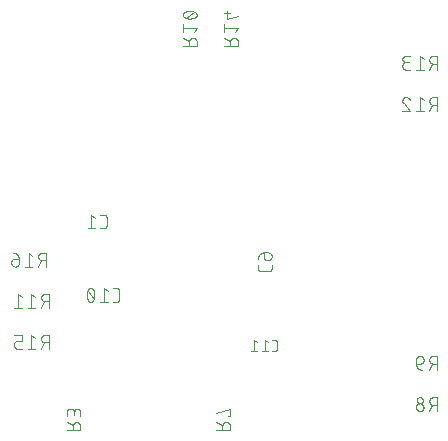
<source format=gbr>
G04 EAGLE Gerber RS-274X export*
G75*
%MOMM*%
%FSLAX34Y34*%
%LPD*%
%INSilkscreen Bottom*%
%IPPOS*%
%AMOC8*
5,1,8,0,0,1.08239X$1,22.5*%
G01*
%ADD10C,0.101600*%
%ADD11C,0.076200*%


D10*
X161854Y270078D02*
X164451Y270078D01*
X164550Y270080D01*
X164650Y270086D01*
X164749Y270095D01*
X164847Y270108D01*
X164945Y270125D01*
X165043Y270146D01*
X165139Y270171D01*
X165234Y270199D01*
X165328Y270231D01*
X165421Y270266D01*
X165513Y270305D01*
X165603Y270348D01*
X165691Y270393D01*
X165778Y270443D01*
X165862Y270495D01*
X165945Y270551D01*
X166025Y270609D01*
X166103Y270671D01*
X166178Y270736D01*
X166251Y270804D01*
X166321Y270874D01*
X166389Y270947D01*
X166454Y271022D01*
X166516Y271100D01*
X166574Y271180D01*
X166630Y271263D01*
X166682Y271347D01*
X166732Y271434D01*
X166777Y271522D01*
X166820Y271612D01*
X166859Y271704D01*
X166894Y271797D01*
X166926Y271891D01*
X166954Y271986D01*
X166979Y272082D01*
X167000Y272180D01*
X167017Y272278D01*
X167030Y272376D01*
X167039Y272475D01*
X167045Y272575D01*
X167047Y272674D01*
X167047Y279166D01*
X167045Y279265D01*
X167039Y279365D01*
X167030Y279464D01*
X167017Y279562D01*
X167000Y279660D01*
X166979Y279758D01*
X166954Y279854D01*
X166926Y279949D01*
X166894Y280043D01*
X166859Y280136D01*
X166820Y280228D01*
X166777Y280318D01*
X166732Y280406D01*
X166682Y280493D01*
X166630Y280577D01*
X166574Y280660D01*
X166516Y280740D01*
X166454Y280818D01*
X166389Y280893D01*
X166321Y280966D01*
X166251Y281036D01*
X166178Y281104D01*
X166103Y281169D01*
X166025Y281231D01*
X165945Y281289D01*
X165862Y281345D01*
X165778Y281397D01*
X165691Y281447D01*
X165603Y281492D01*
X165513Y281535D01*
X165421Y281574D01*
X165328Y281609D01*
X165234Y281641D01*
X165139Y281669D01*
X165043Y281694D01*
X164945Y281715D01*
X164847Y281732D01*
X164749Y281745D01*
X164650Y281754D01*
X164550Y281760D01*
X164451Y281762D01*
X161854Y281762D01*
X157489Y279166D02*
X154243Y281762D01*
X154243Y270078D01*
X150998Y270078D02*
X157489Y270078D01*
X172569Y207848D02*
X175166Y207848D01*
X175265Y207850D01*
X175365Y207856D01*
X175464Y207865D01*
X175562Y207878D01*
X175660Y207895D01*
X175758Y207916D01*
X175854Y207941D01*
X175949Y207969D01*
X176043Y208001D01*
X176136Y208036D01*
X176228Y208075D01*
X176318Y208118D01*
X176406Y208163D01*
X176493Y208213D01*
X176577Y208265D01*
X176660Y208321D01*
X176740Y208379D01*
X176818Y208441D01*
X176893Y208506D01*
X176966Y208574D01*
X177036Y208644D01*
X177104Y208717D01*
X177169Y208792D01*
X177231Y208870D01*
X177289Y208950D01*
X177345Y209033D01*
X177397Y209117D01*
X177447Y209204D01*
X177492Y209292D01*
X177535Y209382D01*
X177574Y209474D01*
X177609Y209567D01*
X177641Y209661D01*
X177669Y209756D01*
X177694Y209852D01*
X177715Y209950D01*
X177732Y210048D01*
X177745Y210146D01*
X177754Y210245D01*
X177760Y210345D01*
X177762Y210444D01*
X177762Y216936D01*
X177760Y217035D01*
X177754Y217135D01*
X177745Y217234D01*
X177732Y217332D01*
X177715Y217430D01*
X177694Y217528D01*
X177669Y217624D01*
X177641Y217719D01*
X177609Y217813D01*
X177574Y217906D01*
X177535Y217998D01*
X177492Y218088D01*
X177447Y218176D01*
X177397Y218263D01*
X177345Y218347D01*
X177289Y218430D01*
X177231Y218510D01*
X177169Y218588D01*
X177104Y218663D01*
X177036Y218736D01*
X176966Y218806D01*
X176893Y218874D01*
X176818Y218939D01*
X176740Y219001D01*
X176660Y219059D01*
X176577Y219115D01*
X176493Y219167D01*
X176406Y219217D01*
X176318Y219262D01*
X176228Y219305D01*
X176136Y219344D01*
X176043Y219379D01*
X175949Y219411D01*
X175854Y219439D01*
X175758Y219464D01*
X175660Y219485D01*
X175562Y219502D01*
X175464Y219515D01*
X175365Y219524D01*
X175265Y219530D01*
X175166Y219532D01*
X172569Y219532D01*
X168204Y216936D02*
X164959Y219532D01*
X164959Y207848D01*
X168204Y207848D02*
X161713Y207848D01*
X156775Y213690D02*
X156772Y213920D01*
X156764Y214150D01*
X156750Y214379D01*
X156731Y214608D01*
X156706Y214837D01*
X156676Y215065D01*
X156641Y215292D01*
X156600Y215518D01*
X156554Y215743D01*
X156502Y215967D01*
X156445Y216190D01*
X156383Y216411D01*
X156315Y216631D01*
X156242Y216849D01*
X156164Y217065D01*
X156081Y217279D01*
X155993Y217492D01*
X155900Y217702D01*
X155801Y217909D01*
X155768Y217999D01*
X155732Y218088D01*
X155692Y218176D01*
X155648Y218261D01*
X155601Y218345D01*
X155551Y218427D01*
X155497Y218507D01*
X155441Y218584D01*
X155381Y218660D01*
X155318Y218733D01*
X155253Y218803D01*
X155184Y218871D01*
X155113Y218935D01*
X155040Y218997D01*
X154964Y219056D01*
X154886Y219112D01*
X154805Y219165D01*
X154723Y219214D01*
X154639Y219260D01*
X154552Y219303D01*
X154465Y219342D01*
X154375Y219378D01*
X154285Y219410D01*
X154193Y219438D01*
X154100Y219463D01*
X154006Y219484D01*
X153912Y219501D01*
X153817Y219515D01*
X153721Y219524D01*
X153625Y219530D01*
X153529Y219532D01*
X153433Y219530D01*
X153337Y219524D01*
X153241Y219515D01*
X153146Y219501D01*
X153052Y219484D01*
X152958Y219463D01*
X152865Y219438D01*
X152773Y219410D01*
X152683Y219378D01*
X152593Y219342D01*
X152506Y219303D01*
X152419Y219260D01*
X152335Y219214D01*
X152253Y219165D01*
X152172Y219112D01*
X152094Y219056D01*
X152018Y218997D01*
X151945Y218935D01*
X151874Y218871D01*
X151805Y218803D01*
X151740Y218733D01*
X151677Y218660D01*
X151617Y218585D01*
X151561Y218507D01*
X151507Y218427D01*
X151457Y218345D01*
X151410Y218261D01*
X151367Y218176D01*
X151326Y218088D01*
X151290Y217999D01*
X151257Y217909D01*
X151158Y217701D01*
X151065Y217491D01*
X150977Y217279D01*
X150894Y217065D01*
X150816Y216848D01*
X150743Y216630D01*
X150675Y216411D01*
X150613Y216189D01*
X150556Y215967D01*
X150504Y215743D01*
X150458Y215518D01*
X150417Y215292D01*
X150382Y215064D01*
X150352Y214837D01*
X150327Y214608D01*
X150308Y214379D01*
X150294Y214150D01*
X150286Y213920D01*
X150283Y213690D01*
X156774Y213690D02*
X156771Y213460D01*
X156763Y213230D01*
X156749Y213001D01*
X156730Y212772D01*
X156705Y212543D01*
X156675Y212315D01*
X156640Y212088D01*
X156599Y211862D01*
X156553Y211637D01*
X156501Y211413D01*
X156444Y211190D01*
X156382Y210969D01*
X156314Y210749D01*
X156241Y210531D01*
X156163Y210315D01*
X156080Y210101D01*
X155992Y209889D01*
X155899Y209678D01*
X155800Y209471D01*
X155801Y209471D02*
X155768Y209381D01*
X155732Y209292D01*
X155691Y209204D01*
X155648Y209119D01*
X155601Y209035D01*
X155551Y208953D01*
X155497Y208873D01*
X155441Y208796D01*
X155381Y208720D01*
X155318Y208647D01*
X155253Y208577D01*
X155184Y208509D01*
X155113Y208445D01*
X155040Y208383D01*
X154964Y208324D01*
X154886Y208268D01*
X154805Y208215D01*
X154723Y208166D01*
X154639Y208120D01*
X154552Y208077D01*
X154465Y208038D01*
X154375Y208002D01*
X154285Y207970D01*
X154193Y207942D01*
X154100Y207917D01*
X154006Y207896D01*
X153912Y207879D01*
X153817Y207865D01*
X153721Y207856D01*
X153625Y207850D01*
X153529Y207848D01*
X151257Y209471D02*
X151158Y209678D01*
X151065Y209889D01*
X150977Y210101D01*
X150894Y210315D01*
X150816Y210531D01*
X150743Y210749D01*
X150675Y210969D01*
X150613Y211190D01*
X150556Y211413D01*
X150504Y211637D01*
X150458Y211862D01*
X150417Y212088D01*
X150382Y212315D01*
X150352Y212543D01*
X150327Y212772D01*
X150308Y213001D01*
X150294Y213230D01*
X150286Y213460D01*
X150283Y213690D01*
X151257Y209471D02*
X151290Y209381D01*
X151326Y209292D01*
X151367Y209204D01*
X151410Y209119D01*
X151457Y209035D01*
X151507Y208953D01*
X151561Y208873D01*
X151617Y208795D01*
X151677Y208720D01*
X151740Y208647D01*
X151805Y208577D01*
X151874Y208509D01*
X151945Y208445D01*
X152018Y208383D01*
X152094Y208324D01*
X152172Y208268D01*
X152253Y208215D01*
X152335Y208166D01*
X152419Y208120D01*
X152506Y208077D01*
X152593Y208038D01*
X152683Y208002D01*
X152773Y207970D01*
X152865Y207942D01*
X152958Y207917D01*
X153052Y207896D01*
X153146Y207879D01*
X153241Y207865D01*
X153337Y207856D01*
X153433Y207850D01*
X153529Y207848D01*
X156125Y210444D02*
X150932Y216936D01*
D11*
X307215Y166221D02*
X309303Y166221D01*
X309392Y166223D01*
X309480Y166229D01*
X309568Y166238D01*
X309656Y166251D01*
X309743Y166268D01*
X309829Y166288D01*
X309914Y166313D01*
X309999Y166340D01*
X310082Y166372D01*
X310163Y166406D01*
X310243Y166445D01*
X310321Y166486D01*
X310398Y166531D01*
X310472Y166579D01*
X310545Y166630D01*
X310615Y166684D01*
X310682Y166742D01*
X310748Y166802D01*
X310810Y166864D01*
X310870Y166930D01*
X310928Y166997D01*
X310982Y167067D01*
X311033Y167140D01*
X311081Y167214D01*
X311126Y167291D01*
X311167Y167369D01*
X311206Y167449D01*
X311240Y167530D01*
X311272Y167613D01*
X311299Y167698D01*
X311324Y167783D01*
X311344Y167869D01*
X311361Y167956D01*
X311374Y168044D01*
X311383Y168132D01*
X311389Y168220D01*
X311391Y168309D01*
X311392Y168309D02*
X311392Y173531D01*
X311391Y173531D02*
X311389Y173620D01*
X311383Y173708D01*
X311374Y173796D01*
X311361Y173884D01*
X311344Y173971D01*
X311324Y174057D01*
X311299Y174142D01*
X311272Y174227D01*
X311240Y174310D01*
X311206Y174391D01*
X311167Y174471D01*
X311126Y174549D01*
X311081Y174626D01*
X311033Y174700D01*
X310982Y174773D01*
X310928Y174843D01*
X310870Y174910D01*
X310810Y174976D01*
X310748Y175038D01*
X310682Y175098D01*
X310615Y175156D01*
X310545Y175210D01*
X310472Y175261D01*
X310398Y175309D01*
X310321Y175354D01*
X310243Y175395D01*
X310163Y175434D01*
X310082Y175468D01*
X309999Y175500D01*
X309914Y175527D01*
X309829Y175552D01*
X309743Y175572D01*
X309656Y175589D01*
X309568Y175602D01*
X309480Y175611D01*
X309392Y175617D01*
X309303Y175619D01*
X307215Y175619D01*
X303746Y173531D02*
X301136Y175619D01*
X301136Y166221D01*
X303746Y166221D02*
X298525Y166221D01*
X294602Y173531D02*
X291992Y175619D01*
X291992Y166221D01*
X294602Y166221D02*
X289381Y166221D01*
D10*
X295148Y236229D02*
X295148Y238826D01*
X295148Y236229D02*
X295150Y236130D01*
X295156Y236030D01*
X295165Y235931D01*
X295178Y235833D01*
X295195Y235735D01*
X295216Y235637D01*
X295241Y235541D01*
X295269Y235446D01*
X295301Y235352D01*
X295336Y235259D01*
X295375Y235167D01*
X295418Y235077D01*
X295463Y234989D01*
X295513Y234902D01*
X295565Y234818D01*
X295621Y234735D01*
X295679Y234655D01*
X295741Y234577D01*
X295806Y234502D01*
X295874Y234429D01*
X295944Y234359D01*
X296017Y234291D01*
X296092Y234226D01*
X296170Y234164D01*
X296250Y234106D01*
X296333Y234050D01*
X296417Y233998D01*
X296504Y233948D01*
X296592Y233903D01*
X296682Y233860D01*
X296774Y233821D01*
X296867Y233786D01*
X296961Y233754D01*
X297056Y233726D01*
X297152Y233701D01*
X297250Y233680D01*
X297348Y233663D01*
X297446Y233650D01*
X297545Y233641D01*
X297645Y233635D01*
X297744Y233633D01*
X304236Y233633D01*
X304335Y233635D01*
X304435Y233641D01*
X304534Y233650D01*
X304632Y233663D01*
X304730Y233680D01*
X304828Y233701D01*
X304924Y233726D01*
X305019Y233754D01*
X305113Y233786D01*
X305206Y233821D01*
X305298Y233860D01*
X305388Y233903D01*
X305476Y233948D01*
X305563Y233998D01*
X305647Y234050D01*
X305730Y234106D01*
X305810Y234164D01*
X305888Y234226D01*
X305963Y234291D01*
X306036Y234359D01*
X306106Y234429D01*
X306174Y234502D01*
X306239Y234577D01*
X306301Y234655D01*
X306359Y234735D01*
X306415Y234818D01*
X306467Y234902D01*
X306517Y234989D01*
X306562Y235077D01*
X306605Y235167D01*
X306644Y235259D01*
X306679Y235351D01*
X306711Y235446D01*
X306739Y235541D01*
X306764Y235637D01*
X306785Y235735D01*
X306802Y235833D01*
X306815Y235931D01*
X306824Y236030D01*
X306830Y236130D01*
X306832Y236229D01*
X306832Y238826D01*
X300341Y245787D02*
X300341Y249682D01*
X300341Y245787D02*
X300343Y245688D01*
X300349Y245588D01*
X300358Y245489D01*
X300371Y245391D01*
X300388Y245293D01*
X300409Y245195D01*
X300434Y245099D01*
X300462Y245004D01*
X300494Y244910D01*
X300529Y244817D01*
X300568Y244725D01*
X300611Y244635D01*
X300656Y244547D01*
X300706Y244460D01*
X300758Y244376D01*
X300814Y244293D01*
X300872Y244213D01*
X300934Y244135D01*
X300999Y244060D01*
X301067Y243987D01*
X301137Y243917D01*
X301210Y243849D01*
X301285Y243784D01*
X301363Y243722D01*
X301443Y243664D01*
X301526Y243608D01*
X301610Y243556D01*
X301697Y243506D01*
X301785Y243461D01*
X301875Y243418D01*
X301967Y243379D01*
X302060Y243344D01*
X302154Y243312D01*
X302249Y243284D01*
X302345Y243259D01*
X302443Y243238D01*
X302541Y243221D01*
X302639Y243208D01*
X302738Y243199D01*
X302838Y243193D01*
X302937Y243191D01*
X303586Y243191D01*
X303586Y243190D02*
X303699Y243192D01*
X303812Y243198D01*
X303925Y243208D01*
X304038Y243222D01*
X304150Y243239D01*
X304261Y243261D01*
X304371Y243286D01*
X304481Y243316D01*
X304589Y243349D01*
X304696Y243386D01*
X304802Y243426D01*
X304906Y243471D01*
X305009Y243519D01*
X305110Y243570D01*
X305209Y243625D01*
X305306Y243683D01*
X305401Y243745D01*
X305494Y243810D01*
X305584Y243878D01*
X305672Y243949D01*
X305758Y244024D01*
X305841Y244101D01*
X305921Y244181D01*
X305998Y244264D01*
X306073Y244350D01*
X306144Y244438D01*
X306212Y244528D01*
X306277Y244621D01*
X306339Y244716D01*
X306397Y244813D01*
X306452Y244912D01*
X306503Y245013D01*
X306551Y245116D01*
X306596Y245220D01*
X306636Y245326D01*
X306673Y245433D01*
X306706Y245541D01*
X306736Y245651D01*
X306761Y245761D01*
X306783Y245872D01*
X306800Y245984D01*
X306814Y246097D01*
X306824Y246210D01*
X306830Y246323D01*
X306832Y246436D01*
X306830Y246549D01*
X306824Y246662D01*
X306814Y246775D01*
X306800Y246888D01*
X306783Y247000D01*
X306761Y247111D01*
X306736Y247221D01*
X306706Y247331D01*
X306673Y247439D01*
X306636Y247546D01*
X306596Y247652D01*
X306551Y247756D01*
X306503Y247859D01*
X306452Y247960D01*
X306397Y248059D01*
X306339Y248156D01*
X306277Y248251D01*
X306212Y248344D01*
X306144Y248434D01*
X306073Y248522D01*
X305998Y248608D01*
X305921Y248691D01*
X305841Y248771D01*
X305758Y248848D01*
X305672Y248923D01*
X305584Y248994D01*
X305494Y249062D01*
X305401Y249127D01*
X305306Y249189D01*
X305209Y249247D01*
X305110Y249302D01*
X305009Y249353D01*
X304906Y249401D01*
X304802Y249446D01*
X304696Y249486D01*
X304589Y249523D01*
X304481Y249556D01*
X304371Y249586D01*
X304261Y249611D01*
X304150Y249633D01*
X304038Y249650D01*
X303925Y249664D01*
X303812Y249674D01*
X303699Y249680D01*
X303586Y249682D01*
X300341Y249682D01*
X300198Y249680D01*
X300055Y249674D01*
X299912Y249664D01*
X299770Y249650D01*
X299628Y249633D01*
X299486Y249611D01*
X299345Y249586D01*
X299205Y249556D01*
X299066Y249523D01*
X298928Y249486D01*
X298791Y249445D01*
X298655Y249401D01*
X298520Y249352D01*
X298387Y249300D01*
X298255Y249245D01*
X298125Y249185D01*
X297996Y249122D01*
X297869Y249056D01*
X297745Y248986D01*
X297622Y248913D01*
X297501Y248836D01*
X297382Y248756D01*
X297266Y248673D01*
X297151Y248587D01*
X297040Y248498D01*
X296930Y248405D01*
X296824Y248310D01*
X296720Y248211D01*
X296619Y248110D01*
X296520Y248006D01*
X296425Y247900D01*
X296332Y247790D01*
X296243Y247679D01*
X296157Y247564D01*
X296074Y247448D01*
X295994Y247329D01*
X295917Y247208D01*
X295844Y247086D01*
X295774Y246961D01*
X295708Y246834D01*
X295645Y246705D01*
X295585Y246575D01*
X295530Y246443D01*
X295478Y246310D01*
X295429Y246175D01*
X295385Y246039D01*
X295344Y245902D01*
X295307Y245764D01*
X295274Y245625D01*
X295244Y245485D01*
X295219Y245344D01*
X295197Y245202D01*
X295180Y245060D01*
X295166Y244918D01*
X295156Y244775D01*
X295150Y244632D01*
X295148Y244489D01*
X243332Y424875D02*
X231648Y424875D01*
X243332Y424875D02*
X243332Y428120D01*
X243330Y428233D01*
X243324Y428346D01*
X243314Y428459D01*
X243300Y428572D01*
X243283Y428684D01*
X243261Y428795D01*
X243236Y428905D01*
X243206Y429015D01*
X243173Y429123D01*
X243136Y429230D01*
X243096Y429336D01*
X243051Y429440D01*
X243003Y429543D01*
X242952Y429644D01*
X242897Y429743D01*
X242839Y429840D01*
X242777Y429935D01*
X242712Y430028D01*
X242644Y430118D01*
X242573Y430206D01*
X242498Y430292D01*
X242421Y430375D01*
X242341Y430455D01*
X242258Y430532D01*
X242172Y430607D01*
X242084Y430678D01*
X241994Y430746D01*
X241901Y430811D01*
X241806Y430873D01*
X241709Y430931D01*
X241610Y430986D01*
X241509Y431037D01*
X241406Y431085D01*
X241302Y431130D01*
X241196Y431170D01*
X241089Y431207D01*
X240981Y431240D01*
X240871Y431270D01*
X240761Y431295D01*
X240650Y431317D01*
X240538Y431334D01*
X240425Y431348D01*
X240312Y431358D01*
X240199Y431364D01*
X240086Y431366D01*
X239973Y431364D01*
X239860Y431358D01*
X239747Y431348D01*
X239634Y431334D01*
X239522Y431317D01*
X239411Y431295D01*
X239301Y431270D01*
X239191Y431240D01*
X239083Y431207D01*
X238976Y431170D01*
X238870Y431130D01*
X238766Y431085D01*
X238663Y431037D01*
X238562Y430986D01*
X238463Y430931D01*
X238366Y430873D01*
X238271Y430811D01*
X238178Y430746D01*
X238088Y430678D01*
X238000Y430607D01*
X237914Y430532D01*
X237831Y430455D01*
X237751Y430375D01*
X237674Y430292D01*
X237599Y430206D01*
X237528Y430118D01*
X237460Y430028D01*
X237395Y429935D01*
X237333Y429840D01*
X237275Y429743D01*
X237220Y429644D01*
X237169Y429543D01*
X237121Y429440D01*
X237076Y429336D01*
X237036Y429230D01*
X236999Y429123D01*
X236966Y429015D01*
X236936Y428905D01*
X236911Y428795D01*
X236889Y428684D01*
X236872Y428572D01*
X236858Y428459D01*
X236848Y428346D01*
X236842Y428233D01*
X236840Y428120D01*
X236841Y428120D02*
X236841Y424875D01*
X236841Y428769D02*
X231648Y431366D01*
X240736Y436231D02*
X243332Y439476D01*
X231648Y439476D01*
X231648Y436231D02*
X231648Y442722D01*
X237490Y447661D02*
X237720Y447664D01*
X237950Y447672D01*
X238179Y447686D01*
X238408Y447705D01*
X238637Y447730D01*
X238864Y447760D01*
X239092Y447795D01*
X239318Y447836D01*
X239543Y447882D01*
X239767Y447934D01*
X239989Y447991D01*
X240211Y448053D01*
X240430Y448121D01*
X240648Y448194D01*
X240865Y448272D01*
X241079Y448355D01*
X241291Y448443D01*
X241501Y448536D01*
X241709Y448635D01*
X241709Y448634D02*
X241799Y448667D01*
X241888Y448703D01*
X241976Y448743D01*
X242061Y448787D01*
X242145Y448834D01*
X242227Y448884D01*
X242307Y448938D01*
X242384Y448994D01*
X242460Y449054D01*
X242533Y449117D01*
X242603Y449182D01*
X242671Y449251D01*
X242735Y449322D01*
X242797Y449395D01*
X242856Y449471D01*
X242912Y449549D01*
X242965Y449630D01*
X243014Y449712D01*
X243060Y449796D01*
X243103Y449883D01*
X243142Y449970D01*
X243178Y450060D01*
X243210Y450150D01*
X243238Y450242D01*
X243263Y450335D01*
X243284Y450429D01*
X243301Y450523D01*
X243315Y450618D01*
X243324Y450714D01*
X243330Y450810D01*
X243332Y450906D01*
X243330Y451002D01*
X243324Y451098D01*
X243315Y451194D01*
X243301Y451289D01*
X243284Y451383D01*
X243263Y451477D01*
X243238Y451570D01*
X243210Y451662D01*
X243178Y451752D01*
X243142Y451842D01*
X243103Y451929D01*
X243060Y452016D01*
X243014Y452100D01*
X242965Y452182D01*
X242912Y452263D01*
X242856Y452341D01*
X242797Y452417D01*
X242735Y452490D01*
X242671Y452561D01*
X242603Y452630D01*
X242533Y452695D01*
X242460Y452758D01*
X242384Y452818D01*
X242307Y452874D01*
X242227Y452928D01*
X242145Y452978D01*
X242061Y453025D01*
X241976Y453069D01*
X241888Y453109D01*
X241799Y453145D01*
X241709Y453178D01*
X241709Y453179D02*
X241502Y453278D01*
X241292Y453371D01*
X241079Y453459D01*
X240865Y453542D01*
X240649Y453620D01*
X240431Y453693D01*
X240211Y453761D01*
X239990Y453823D01*
X239767Y453880D01*
X239543Y453932D01*
X239318Y453978D01*
X239092Y454019D01*
X238865Y454054D01*
X238637Y454084D01*
X238408Y454109D01*
X238179Y454128D01*
X237950Y454142D01*
X237720Y454150D01*
X237490Y454153D01*
X237490Y447661D02*
X237260Y447664D01*
X237030Y447672D01*
X236801Y447686D01*
X236572Y447705D01*
X236343Y447730D01*
X236115Y447760D01*
X235888Y447795D01*
X235662Y447836D01*
X235437Y447882D01*
X235213Y447934D01*
X234990Y447991D01*
X234769Y448053D01*
X234549Y448121D01*
X234331Y448194D01*
X234115Y448272D01*
X233901Y448355D01*
X233689Y448443D01*
X233478Y448536D01*
X233271Y448635D01*
X233271Y448634D02*
X233181Y448667D01*
X233092Y448703D01*
X233004Y448744D01*
X232919Y448787D01*
X232835Y448834D01*
X232753Y448884D01*
X232673Y448938D01*
X232596Y448994D01*
X232520Y449054D01*
X232447Y449117D01*
X232377Y449182D01*
X232309Y449251D01*
X232245Y449322D01*
X232183Y449395D01*
X232124Y449471D01*
X232068Y449549D01*
X232015Y449630D01*
X231966Y449712D01*
X231920Y449796D01*
X231877Y449883D01*
X231838Y449970D01*
X231802Y450060D01*
X231770Y450150D01*
X231742Y450242D01*
X231717Y450335D01*
X231696Y450429D01*
X231679Y450523D01*
X231665Y450618D01*
X231656Y450714D01*
X231650Y450810D01*
X231648Y450906D01*
X233271Y453178D02*
X233478Y453277D01*
X233689Y453370D01*
X233901Y453458D01*
X234115Y453541D01*
X234331Y453619D01*
X234549Y453692D01*
X234769Y453760D01*
X234990Y453822D01*
X235213Y453879D01*
X235437Y453931D01*
X235662Y453977D01*
X235888Y454018D01*
X236115Y454053D01*
X236343Y454083D01*
X236572Y454108D01*
X236801Y454127D01*
X237030Y454141D01*
X237260Y454149D01*
X237490Y454152D01*
X233271Y453178D02*
X233181Y453145D01*
X233092Y453109D01*
X233004Y453069D01*
X232919Y453025D01*
X232835Y452978D01*
X232753Y452928D01*
X232673Y452874D01*
X232596Y452818D01*
X232520Y452758D01*
X232447Y452695D01*
X232377Y452630D01*
X232309Y452561D01*
X232245Y452490D01*
X232183Y452417D01*
X232124Y452341D01*
X232068Y452263D01*
X232015Y452182D01*
X231966Y452100D01*
X231920Y452016D01*
X231877Y451929D01*
X231838Y451842D01*
X231802Y451752D01*
X231770Y451662D01*
X231742Y451570D01*
X231717Y451477D01*
X231696Y451383D01*
X231679Y451289D01*
X231665Y451194D01*
X231656Y451098D01*
X231650Y451002D01*
X231648Y450906D01*
X234244Y448310D02*
X240736Y453503D01*
X118025Y214732D02*
X118025Y203048D01*
X118025Y214732D02*
X114780Y214732D01*
X114667Y214730D01*
X114554Y214724D01*
X114441Y214714D01*
X114328Y214700D01*
X114216Y214683D01*
X114105Y214661D01*
X113995Y214636D01*
X113885Y214606D01*
X113777Y214573D01*
X113670Y214536D01*
X113564Y214496D01*
X113460Y214451D01*
X113357Y214403D01*
X113256Y214352D01*
X113157Y214297D01*
X113060Y214239D01*
X112965Y214177D01*
X112872Y214112D01*
X112782Y214044D01*
X112694Y213973D01*
X112608Y213898D01*
X112525Y213821D01*
X112445Y213741D01*
X112368Y213658D01*
X112293Y213572D01*
X112222Y213484D01*
X112154Y213394D01*
X112089Y213301D01*
X112027Y213206D01*
X111969Y213109D01*
X111914Y213010D01*
X111863Y212909D01*
X111815Y212806D01*
X111770Y212702D01*
X111730Y212596D01*
X111693Y212489D01*
X111660Y212381D01*
X111630Y212271D01*
X111605Y212161D01*
X111583Y212050D01*
X111566Y211938D01*
X111552Y211825D01*
X111542Y211712D01*
X111536Y211599D01*
X111534Y211486D01*
X111536Y211373D01*
X111542Y211260D01*
X111552Y211147D01*
X111566Y211034D01*
X111583Y210922D01*
X111605Y210811D01*
X111630Y210701D01*
X111660Y210591D01*
X111693Y210483D01*
X111730Y210376D01*
X111770Y210270D01*
X111815Y210166D01*
X111863Y210063D01*
X111914Y209962D01*
X111969Y209863D01*
X112027Y209766D01*
X112089Y209671D01*
X112154Y209578D01*
X112222Y209488D01*
X112293Y209400D01*
X112368Y209314D01*
X112445Y209231D01*
X112525Y209151D01*
X112608Y209074D01*
X112694Y208999D01*
X112782Y208928D01*
X112872Y208860D01*
X112965Y208795D01*
X113060Y208733D01*
X113157Y208675D01*
X113256Y208620D01*
X113357Y208569D01*
X113460Y208521D01*
X113564Y208476D01*
X113670Y208436D01*
X113777Y208399D01*
X113885Y208366D01*
X113995Y208336D01*
X114105Y208311D01*
X114216Y208289D01*
X114328Y208272D01*
X114441Y208258D01*
X114554Y208248D01*
X114667Y208242D01*
X114780Y208240D01*
X114780Y208241D02*
X118025Y208241D01*
X114131Y208241D02*
X111534Y203048D01*
X106669Y212136D02*
X103424Y214732D01*
X103424Y203048D01*
X106669Y203048D02*
X100178Y203048D01*
X95239Y212136D02*
X91994Y214732D01*
X91994Y203048D01*
X95239Y203048D02*
X88748Y203048D01*
X446752Y369468D02*
X446752Y381152D01*
X443506Y381152D01*
X443393Y381150D01*
X443280Y381144D01*
X443167Y381134D01*
X443054Y381120D01*
X442942Y381103D01*
X442831Y381081D01*
X442721Y381056D01*
X442611Y381026D01*
X442503Y380993D01*
X442396Y380956D01*
X442290Y380916D01*
X442186Y380871D01*
X442083Y380823D01*
X441982Y380772D01*
X441883Y380717D01*
X441786Y380659D01*
X441691Y380597D01*
X441598Y380532D01*
X441508Y380464D01*
X441420Y380393D01*
X441334Y380318D01*
X441251Y380241D01*
X441171Y380161D01*
X441094Y380078D01*
X441019Y379992D01*
X440948Y379904D01*
X440880Y379814D01*
X440815Y379721D01*
X440753Y379626D01*
X440695Y379529D01*
X440640Y379430D01*
X440589Y379329D01*
X440541Y379226D01*
X440496Y379122D01*
X440456Y379016D01*
X440419Y378909D01*
X440386Y378801D01*
X440356Y378691D01*
X440331Y378581D01*
X440309Y378470D01*
X440292Y378358D01*
X440278Y378245D01*
X440268Y378132D01*
X440262Y378019D01*
X440260Y377906D01*
X440262Y377793D01*
X440268Y377680D01*
X440278Y377567D01*
X440292Y377454D01*
X440309Y377342D01*
X440331Y377231D01*
X440356Y377121D01*
X440386Y377011D01*
X440419Y376903D01*
X440456Y376796D01*
X440496Y376690D01*
X440541Y376586D01*
X440589Y376483D01*
X440640Y376382D01*
X440695Y376283D01*
X440753Y376186D01*
X440815Y376091D01*
X440880Y375998D01*
X440948Y375908D01*
X441019Y375820D01*
X441094Y375734D01*
X441171Y375651D01*
X441251Y375571D01*
X441334Y375494D01*
X441420Y375419D01*
X441508Y375348D01*
X441598Y375280D01*
X441691Y375215D01*
X441786Y375153D01*
X441883Y375095D01*
X441982Y375040D01*
X442083Y374989D01*
X442186Y374941D01*
X442290Y374896D01*
X442396Y374856D01*
X442503Y374819D01*
X442611Y374786D01*
X442721Y374756D01*
X442831Y374731D01*
X442942Y374709D01*
X443054Y374692D01*
X443167Y374678D01*
X443280Y374668D01*
X443393Y374662D01*
X443506Y374660D01*
X443506Y374661D02*
X446752Y374661D01*
X442857Y374661D02*
X440261Y369468D01*
X435396Y378556D02*
X432150Y381152D01*
X432150Y369468D01*
X428905Y369468D02*
X435396Y369468D01*
X420396Y381152D02*
X420289Y381150D01*
X420183Y381144D01*
X420077Y381134D01*
X419971Y381121D01*
X419865Y381103D01*
X419761Y381082D01*
X419657Y381057D01*
X419554Y381028D01*
X419453Y380996D01*
X419353Y380959D01*
X419254Y380919D01*
X419156Y380876D01*
X419060Y380829D01*
X418966Y380778D01*
X418874Y380724D01*
X418784Y380667D01*
X418696Y380607D01*
X418611Y380543D01*
X418528Y380476D01*
X418447Y380406D01*
X418369Y380334D01*
X418293Y380258D01*
X418221Y380180D01*
X418151Y380099D01*
X418084Y380016D01*
X418020Y379931D01*
X417960Y379843D01*
X417903Y379753D01*
X417849Y379661D01*
X417798Y379567D01*
X417751Y379471D01*
X417708Y379373D01*
X417668Y379274D01*
X417631Y379174D01*
X417599Y379073D01*
X417570Y378970D01*
X417545Y378866D01*
X417524Y378762D01*
X417506Y378656D01*
X417493Y378550D01*
X417483Y378444D01*
X417477Y378338D01*
X417475Y378231D01*
X420396Y381152D02*
X420517Y381150D01*
X420638Y381144D01*
X420758Y381134D01*
X420879Y381121D01*
X420998Y381103D01*
X421118Y381082D01*
X421236Y381057D01*
X421353Y381028D01*
X421470Y380995D01*
X421585Y380959D01*
X421699Y380918D01*
X421812Y380875D01*
X421924Y380827D01*
X422033Y380776D01*
X422141Y380721D01*
X422248Y380663D01*
X422352Y380602D01*
X422454Y380537D01*
X422554Y380469D01*
X422652Y380398D01*
X422748Y380324D01*
X422841Y380247D01*
X422931Y380166D01*
X423019Y380083D01*
X423104Y379997D01*
X423187Y379908D01*
X423266Y379817D01*
X423343Y379723D01*
X423416Y379627D01*
X423486Y379529D01*
X423553Y379428D01*
X423617Y379325D01*
X423678Y379220D01*
X423735Y379113D01*
X423788Y379005D01*
X423838Y378895D01*
X423884Y378783D01*
X423927Y378670D01*
X423966Y378555D01*
X418449Y375959D02*
X418370Y376037D01*
X418294Y376117D01*
X418221Y376200D01*
X418151Y376286D01*
X418084Y376373D01*
X418020Y376464D01*
X417960Y376556D01*
X417902Y376650D01*
X417848Y376747D01*
X417798Y376845D01*
X417751Y376945D01*
X417707Y377046D01*
X417667Y377149D01*
X417631Y377254D01*
X417599Y377359D01*
X417570Y377466D01*
X417545Y377573D01*
X417523Y377682D01*
X417506Y377791D01*
X417492Y377900D01*
X417483Y378010D01*
X417477Y378121D01*
X417475Y378231D01*
X418448Y375959D02*
X423966Y369468D01*
X417475Y369468D01*
X446752Y404368D02*
X446752Y416052D01*
X443506Y416052D01*
X443393Y416050D01*
X443280Y416044D01*
X443167Y416034D01*
X443054Y416020D01*
X442942Y416003D01*
X442831Y415981D01*
X442721Y415956D01*
X442611Y415926D01*
X442503Y415893D01*
X442396Y415856D01*
X442290Y415816D01*
X442186Y415771D01*
X442083Y415723D01*
X441982Y415672D01*
X441883Y415617D01*
X441786Y415559D01*
X441691Y415497D01*
X441598Y415432D01*
X441508Y415364D01*
X441420Y415293D01*
X441334Y415218D01*
X441251Y415141D01*
X441171Y415061D01*
X441094Y414978D01*
X441019Y414892D01*
X440948Y414804D01*
X440880Y414714D01*
X440815Y414621D01*
X440753Y414526D01*
X440695Y414429D01*
X440640Y414330D01*
X440589Y414229D01*
X440541Y414126D01*
X440496Y414022D01*
X440456Y413916D01*
X440419Y413809D01*
X440386Y413701D01*
X440356Y413591D01*
X440331Y413481D01*
X440309Y413370D01*
X440292Y413258D01*
X440278Y413145D01*
X440268Y413032D01*
X440262Y412919D01*
X440260Y412806D01*
X440262Y412693D01*
X440268Y412580D01*
X440278Y412467D01*
X440292Y412354D01*
X440309Y412242D01*
X440331Y412131D01*
X440356Y412021D01*
X440386Y411911D01*
X440419Y411803D01*
X440456Y411696D01*
X440496Y411590D01*
X440541Y411486D01*
X440589Y411383D01*
X440640Y411282D01*
X440695Y411183D01*
X440753Y411086D01*
X440815Y410991D01*
X440880Y410898D01*
X440948Y410808D01*
X441019Y410720D01*
X441094Y410634D01*
X441171Y410551D01*
X441251Y410471D01*
X441334Y410394D01*
X441420Y410319D01*
X441508Y410248D01*
X441598Y410180D01*
X441691Y410115D01*
X441786Y410053D01*
X441883Y409995D01*
X441982Y409940D01*
X442083Y409889D01*
X442186Y409841D01*
X442290Y409796D01*
X442396Y409756D01*
X442503Y409719D01*
X442611Y409686D01*
X442721Y409656D01*
X442831Y409631D01*
X442942Y409609D01*
X443054Y409592D01*
X443167Y409578D01*
X443280Y409568D01*
X443393Y409562D01*
X443506Y409560D01*
X443506Y409561D02*
X446752Y409561D01*
X442857Y409561D02*
X440261Y404368D01*
X435396Y413456D02*
X432150Y416052D01*
X432150Y404368D01*
X428905Y404368D02*
X435396Y404368D01*
X423966Y404368D02*
X420720Y404368D01*
X420607Y404370D01*
X420494Y404376D01*
X420381Y404386D01*
X420268Y404400D01*
X420156Y404417D01*
X420045Y404439D01*
X419935Y404464D01*
X419825Y404494D01*
X419717Y404527D01*
X419610Y404564D01*
X419504Y404604D01*
X419400Y404649D01*
X419297Y404697D01*
X419196Y404748D01*
X419097Y404803D01*
X419000Y404861D01*
X418905Y404923D01*
X418812Y404988D01*
X418722Y405056D01*
X418634Y405127D01*
X418548Y405202D01*
X418465Y405279D01*
X418385Y405359D01*
X418308Y405442D01*
X418233Y405528D01*
X418162Y405616D01*
X418094Y405706D01*
X418029Y405799D01*
X417967Y405894D01*
X417909Y405991D01*
X417854Y406090D01*
X417803Y406191D01*
X417755Y406294D01*
X417710Y406398D01*
X417670Y406504D01*
X417633Y406611D01*
X417600Y406719D01*
X417570Y406829D01*
X417545Y406939D01*
X417523Y407050D01*
X417506Y407162D01*
X417492Y407275D01*
X417482Y407388D01*
X417476Y407501D01*
X417474Y407614D01*
X417476Y407727D01*
X417482Y407840D01*
X417492Y407953D01*
X417506Y408066D01*
X417523Y408178D01*
X417545Y408289D01*
X417570Y408399D01*
X417600Y408509D01*
X417633Y408617D01*
X417670Y408724D01*
X417710Y408830D01*
X417755Y408934D01*
X417803Y409037D01*
X417854Y409138D01*
X417909Y409237D01*
X417967Y409334D01*
X418029Y409429D01*
X418094Y409522D01*
X418162Y409612D01*
X418233Y409700D01*
X418308Y409786D01*
X418385Y409869D01*
X418465Y409949D01*
X418548Y410026D01*
X418634Y410101D01*
X418722Y410172D01*
X418812Y410240D01*
X418905Y410305D01*
X419000Y410367D01*
X419097Y410425D01*
X419196Y410480D01*
X419297Y410531D01*
X419400Y410579D01*
X419504Y410624D01*
X419610Y410664D01*
X419717Y410701D01*
X419825Y410734D01*
X419935Y410764D01*
X420045Y410789D01*
X420156Y410811D01*
X420268Y410828D01*
X420381Y410842D01*
X420494Y410852D01*
X420607Y410858D01*
X420720Y410860D01*
X420071Y416052D02*
X423966Y416052D01*
X420071Y416052D02*
X419970Y416050D01*
X419870Y416044D01*
X419770Y416034D01*
X419670Y416021D01*
X419571Y416003D01*
X419472Y415982D01*
X419375Y415957D01*
X419278Y415928D01*
X419183Y415895D01*
X419089Y415859D01*
X418997Y415819D01*
X418906Y415776D01*
X418817Y415729D01*
X418730Y415679D01*
X418644Y415625D01*
X418561Y415568D01*
X418481Y415508D01*
X418402Y415445D01*
X418326Y415378D01*
X418253Y415309D01*
X418183Y415237D01*
X418115Y415163D01*
X418050Y415086D01*
X417989Y415006D01*
X417930Y414924D01*
X417875Y414840D01*
X417823Y414754D01*
X417774Y414666D01*
X417729Y414576D01*
X417687Y414484D01*
X417649Y414391D01*
X417615Y414296D01*
X417584Y414201D01*
X417557Y414104D01*
X417534Y414006D01*
X417514Y413907D01*
X417499Y413807D01*
X417487Y413707D01*
X417479Y413607D01*
X417475Y413506D01*
X417475Y413406D01*
X417479Y413305D01*
X417487Y413205D01*
X417499Y413105D01*
X417514Y413005D01*
X417534Y412906D01*
X417557Y412808D01*
X417584Y412711D01*
X417615Y412616D01*
X417649Y412521D01*
X417687Y412428D01*
X417729Y412336D01*
X417774Y412246D01*
X417823Y412158D01*
X417875Y412072D01*
X417930Y411988D01*
X417989Y411906D01*
X418050Y411826D01*
X418115Y411749D01*
X418183Y411675D01*
X418253Y411603D01*
X418326Y411534D01*
X418402Y411467D01*
X418481Y411404D01*
X418561Y411344D01*
X418644Y411287D01*
X418730Y411233D01*
X418817Y411183D01*
X418906Y411136D01*
X418997Y411093D01*
X419089Y411053D01*
X419183Y411017D01*
X419278Y410984D01*
X419375Y410955D01*
X419472Y410930D01*
X419571Y410909D01*
X419670Y410891D01*
X419770Y410878D01*
X419870Y410868D01*
X419970Y410862D01*
X420071Y410860D01*
X420071Y410859D02*
X422667Y410859D01*
X278232Y424875D02*
X266548Y424875D01*
X278232Y424875D02*
X278232Y428120D01*
X278230Y428233D01*
X278224Y428346D01*
X278214Y428459D01*
X278200Y428572D01*
X278183Y428684D01*
X278161Y428795D01*
X278136Y428905D01*
X278106Y429015D01*
X278073Y429123D01*
X278036Y429230D01*
X277996Y429336D01*
X277951Y429440D01*
X277903Y429543D01*
X277852Y429644D01*
X277797Y429743D01*
X277739Y429840D01*
X277677Y429935D01*
X277612Y430028D01*
X277544Y430118D01*
X277473Y430206D01*
X277398Y430292D01*
X277321Y430375D01*
X277241Y430455D01*
X277158Y430532D01*
X277072Y430607D01*
X276984Y430678D01*
X276894Y430746D01*
X276801Y430811D01*
X276706Y430873D01*
X276609Y430931D01*
X276510Y430986D01*
X276409Y431037D01*
X276306Y431085D01*
X276202Y431130D01*
X276096Y431170D01*
X275989Y431207D01*
X275881Y431240D01*
X275771Y431270D01*
X275661Y431295D01*
X275550Y431317D01*
X275438Y431334D01*
X275325Y431348D01*
X275212Y431358D01*
X275099Y431364D01*
X274986Y431366D01*
X274873Y431364D01*
X274760Y431358D01*
X274647Y431348D01*
X274534Y431334D01*
X274422Y431317D01*
X274311Y431295D01*
X274201Y431270D01*
X274091Y431240D01*
X273983Y431207D01*
X273876Y431170D01*
X273770Y431130D01*
X273666Y431085D01*
X273563Y431037D01*
X273462Y430986D01*
X273363Y430931D01*
X273266Y430873D01*
X273171Y430811D01*
X273078Y430746D01*
X272988Y430678D01*
X272900Y430607D01*
X272814Y430532D01*
X272731Y430455D01*
X272651Y430375D01*
X272574Y430292D01*
X272499Y430206D01*
X272428Y430118D01*
X272360Y430028D01*
X272295Y429935D01*
X272233Y429840D01*
X272175Y429743D01*
X272120Y429644D01*
X272069Y429543D01*
X272021Y429440D01*
X271976Y429336D01*
X271936Y429230D01*
X271899Y429123D01*
X271866Y429015D01*
X271836Y428905D01*
X271811Y428795D01*
X271789Y428684D01*
X271772Y428572D01*
X271758Y428459D01*
X271748Y428346D01*
X271742Y428233D01*
X271740Y428120D01*
X271741Y428120D02*
X271741Y424875D01*
X271741Y428769D02*
X266548Y431366D01*
X275636Y436231D02*
X278232Y439476D01*
X266548Y439476D01*
X266548Y436231D02*
X266548Y442722D01*
X269144Y447661D02*
X278232Y450257D01*
X269144Y447661D02*
X269144Y454152D01*
X271741Y452205D02*
X266548Y452205D01*
X118025Y179932D02*
X118025Y168248D01*
X118025Y179932D02*
X114780Y179932D01*
X114667Y179930D01*
X114554Y179924D01*
X114441Y179914D01*
X114328Y179900D01*
X114216Y179883D01*
X114105Y179861D01*
X113995Y179836D01*
X113885Y179806D01*
X113777Y179773D01*
X113670Y179736D01*
X113564Y179696D01*
X113460Y179651D01*
X113357Y179603D01*
X113256Y179552D01*
X113157Y179497D01*
X113060Y179439D01*
X112965Y179377D01*
X112872Y179312D01*
X112782Y179244D01*
X112694Y179173D01*
X112608Y179098D01*
X112525Y179021D01*
X112445Y178941D01*
X112368Y178858D01*
X112293Y178772D01*
X112222Y178684D01*
X112154Y178594D01*
X112089Y178501D01*
X112027Y178406D01*
X111969Y178309D01*
X111914Y178210D01*
X111863Y178109D01*
X111815Y178006D01*
X111770Y177902D01*
X111730Y177796D01*
X111693Y177689D01*
X111660Y177581D01*
X111630Y177471D01*
X111605Y177361D01*
X111583Y177250D01*
X111566Y177138D01*
X111552Y177025D01*
X111542Y176912D01*
X111536Y176799D01*
X111534Y176686D01*
X111536Y176573D01*
X111542Y176460D01*
X111552Y176347D01*
X111566Y176234D01*
X111583Y176122D01*
X111605Y176011D01*
X111630Y175901D01*
X111660Y175791D01*
X111693Y175683D01*
X111730Y175576D01*
X111770Y175470D01*
X111815Y175366D01*
X111863Y175263D01*
X111914Y175162D01*
X111969Y175063D01*
X112027Y174966D01*
X112089Y174871D01*
X112154Y174778D01*
X112222Y174688D01*
X112293Y174600D01*
X112368Y174514D01*
X112445Y174431D01*
X112525Y174351D01*
X112608Y174274D01*
X112694Y174199D01*
X112782Y174128D01*
X112872Y174060D01*
X112965Y173995D01*
X113060Y173933D01*
X113157Y173875D01*
X113256Y173820D01*
X113357Y173769D01*
X113460Y173721D01*
X113564Y173676D01*
X113670Y173636D01*
X113777Y173599D01*
X113885Y173566D01*
X113995Y173536D01*
X114105Y173511D01*
X114216Y173489D01*
X114328Y173472D01*
X114441Y173458D01*
X114554Y173448D01*
X114667Y173442D01*
X114780Y173440D01*
X114780Y173441D02*
X118025Y173441D01*
X114131Y173441D02*
X111534Y168248D01*
X106669Y177336D02*
X103424Y179932D01*
X103424Y168248D01*
X106669Y168248D02*
X100178Y168248D01*
X95239Y168248D02*
X91344Y168248D01*
X91245Y168250D01*
X91145Y168256D01*
X91046Y168265D01*
X90948Y168278D01*
X90850Y168295D01*
X90752Y168316D01*
X90656Y168341D01*
X90561Y168369D01*
X90467Y168401D01*
X90374Y168436D01*
X90282Y168475D01*
X90192Y168518D01*
X90104Y168563D01*
X90017Y168613D01*
X89933Y168665D01*
X89850Y168721D01*
X89770Y168779D01*
X89692Y168841D01*
X89617Y168906D01*
X89544Y168974D01*
X89474Y169044D01*
X89406Y169117D01*
X89341Y169192D01*
X89279Y169270D01*
X89221Y169350D01*
X89165Y169433D01*
X89113Y169517D01*
X89063Y169604D01*
X89018Y169692D01*
X88975Y169782D01*
X88936Y169874D01*
X88901Y169967D01*
X88869Y170061D01*
X88841Y170156D01*
X88816Y170252D01*
X88795Y170350D01*
X88778Y170448D01*
X88765Y170546D01*
X88756Y170645D01*
X88750Y170745D01*
X88748Y170844D01*
X88748Y172143D01*
X88750Y172242D01*
X88756Y172342D01*
X88765Y172441D01*
X88778Y172539D01*
X88795Y172637D01*
X88816Y172735D01*
X88841Y172831D01*
X88869Y172926D01*
X88901Y173020D01*
X88936Y173113D01*
X88975Y173205D01*
X89018Y173295D01*
X89063Y173383D01*
X89113Y173470D01*
X89165Y173554D01*
X89221Y173637D01*
X89279Y173717D01*
X89341Y173795D01*
X89406Y173870D01*
X89474Y173943D01*
X89544Y174013D01*
X89617Y174081D01*
X89692Y174146D01*
X89770Y174208D01*
X89850Y174266D01*
X89933Y174322D01*
X90017Y174374D01*
X90104Y174424D01*
X90192Y174469D01*
X90282Y174512D01*
X90374Y174551D01*
X90467Y174586D01*
X90561Y174618D01*
X90656Y174646D01*
X90752Y174671D01*
X90850Y174692D01*
X90948Y174709D01*
X91046Y174722D01*
X91145Y174731D01*
X91245Y174737D01*
X91344Y174739D01*
X95239Y174739D01*
X95239Y179932D01*
X88748Y179932D01*
X115625Y237748D02*
X115625Y249432D01*
X112380Y249432D01*
X112267Y249430D01*
X112154Y249424D01*
X112041Y249414D01*
X111928Y249400D01*
X111816Y249383D01*
X111705Y249361D01*
X111595Y249336D01*
X111485Y249306D01*
X111377Y249273D01*
X111270Y249236D01*
X111164Y249196D01*
X111060Y249151D01*
X110957Y249103D01*
X110856Y249052D01*
X110757Y248997D01*
X110660Y248939D01*
X110565Y248877D01*
X110472Y248812D01*
X110382Y248744D01*
X110294Y248673D01*
X110208Y248598D01*
X110125Y248521D01*
X110045Y248441D01*
X109968Y248358D01*
X109893Y248272D01*
X109822Y248184D01*
X109754Y248094D01*
X109689Y248001D01*
X109627Y247906D01*
X109569Y247809D01*
X109514Y247710D01*
X109463Y247609D01*
X109415Y247506D01*
X109370Y247402D01*
X109330Y247296D01*
X109293Y247189D01*
X109260Y247081D01*
X109230Y246971D01*
X109205Y246861D01*
X109183Y246750D01*
X109166Y246638D01*
X109152Y246525D01*
X109142Y246412D01*
X109136Y246299D01*
X109134Y246186D01*
X109136Y246073D01*
X109142Y245960D01*
X109152Y245847D01*
X109166Y245734D01*
X109183Y245622D01*
X109205Y245511D01*
X109230Y245401D01*
X109260Y245291D01*
X109293Y245183D01*
X109330Y245076D01*
X109370Y244970D01*
X109415Y244866D01*
X109463Y244763D01*
X109514Y244662D01*
X109569Y244563D01*
X109627Y244466D01*
X109689Y244371D01*
X109754Y244278D01*
X109822Y244188D01*
X109893Y244100D01*
X109968Y244014D01*
X110045Y243931D01*
X110125Y243851D01*
X110208Y243774D01*
X110294Y243699D01*
X110382Y243628D01*
X110472Y243560D01*
X110565Y243495D01*
X110660Y243433D01*
X110757Y243375D01*
X110856Y243320D01*
X110957Y243269D01*
X111060Y243221D01*
X111164Y243176D01*
X111270Y243136D01*
X111377Y243099D01*
X111485Y243066D01*
X111595Y243036D01*
X111705Y243011D01*
X111816Y242989D01*
X111928Y242972D01*
X112041Y242958D01*
X112154Y242948D01*
X112267Y242942D01*
X112380Y242940D01*
X112380Y242941D02*
X115625Y242941D01*
X111731Y242941D02*
X109134Y237748D01*
X104269Y246836D02*
X101024Y249432D01*
X101024Y237748D01*
X104269Y237748D02*
X97778Y237748D01*
X92839Y244239D02*
X88944Y244239D01*
X88845Y244237D01*
X88745Y244231D01*
X88646Y244222D01*
X88548Y244209D01*
X88450Y244192D01*
X88352Y244171D01*
X88256Y244146D01*
X88161Y244118D01*
X88067Y244086D01*
X87974Y244051D01*
X87882Y244012D01*
X87792Y243969D01*
X87704Y243924D01*
X87617Y243874D01*
X87533Y243822D01*
X87450Y243766D01*
X87370Y243708D01*
X87292Y243646D01*
X87217Y243581D01*
X87144Y243513D01*
X87074Y243443D01*
X87006Y243370D01*
X86941Y243295D01*
X86879Y243217D01*
X86821Y243137D01*
X86765Y243054D01*
X86713Y242970D01*
X86663Y242883D01*
X86618Y242795D01*
X86575Y242705D01*
X86536Y242613D01*
X86501Y242520D01*
X86469Y242426D01*
X86441Y242331D01*
X86416Y242235D01*
X86395Y242137D01*
X86378Y242039D01*
X86365Y241941D01*
X86356Y241842D01*
X86350Y241742D01*
X86348Y241643D01*
X86348Y240994D01*
X86350Y240881D01*
X86356Y240768D01*
X86366Y240655D01*
X86380Y240542D01*
X86397Y240430D01*
X86419Y240319D01*
X86444Y240209D01*
X86474Y240099D01*
X86507Y239991D01*
X86544Y239884D01*
X86584Y239778D01*
X86629Y239674D01*
X86677Y239571D01*
X86728Y239470D01*
X86783Y239371D01*
X86841Y239274D01*
X86903Y239179D01*
X86968Y239086D01*
X87036Y238996D01*
X87107Y238908D01*
X87182Y238822D01*
X87259Y238739D01*
X87339Y238659D01*
X87422Y238582D01*
X87508Y238507D01*
X87596Y238436D01*
X87686Y238368D01*
X87779Y238303D01*
X87874Y238241D01*
X87971Y238183D01*
X88070Y238128D01*
X88171Y238077D01*
X88274Y238029D01*
X88378Y237984D01*
X88484Y237944D01*
X88591Y237907D01*
X88699Y237874D01*
X88809Y237844D01*
X88919Y237819D01*
X89030Y237797D01*
X89142Y237780D01*
X89255Y237766D01*
X89368Y237756D01*
X89481Y237750D01*
X89594Y237748D01*
X89707Y237750D01*
X89820Y237756D01*
X89933Y237766D01*
X90046Y237780D01*
X90158Y237797D01*
X90269Y237819D01*
X90379Y237844D01*
X90489Y237874D01*
X90597Y237907D01*
X90704Y237944D01*
X90810Y237984D01*
X90914Y238029D01*
X91017Y238077D01*
X91118Y238128D01*
X91217Y238183D01*
X91314Y238241D01*
X91409Y238303D01*
X91502Y238368D01*
X91592Y238436D01*
X91680Y238507D01*
X91766Y238582D01*
X91849Y238659D01*
X91929Y238739D01*
X92006Y238822D01*
X92081Y238908D01*
X92152Y238996D01*
X92220Y239086D01*
X92285Y239179D01*
X92347Y239274D01*
X92405Y239371D01*
X92460Y239470D01*
X92511Y239571D01*
X92559Y239674D01*
X92604Y239778D01*
X92644Y239884D01*
X92681Y239991D01*
X92714Y240099D01*
X92744Y240209D01*
X92769Y240319D01*
X92791Y240430D01*
X92808Y240542D01*
X92822Y240655D01*
X92832Y240768D01*
X92838Y240881D01*
X92840Y240994D01*
X92839Y240994D02*
X92839Y244239D01*
X92837Y244382D01*
X92831Y244525D01*
X92821Y244668D01*
X92807Y244810D01*
X92790Y244952D01*
X92768Y245094D01*
X92743Y245235D01*
X92713Y245375D01*
X92680Y245514D01*
X92643Y245652D01*
X92602Y245789D01*
X92558Y245925D01*
X92509Y246060D01*
X92457Y246193D01*
X92402Y246325D01*
X92342Y246455D01*
X92279Y246584D01*
X92213Y246711D01*
X92143Y246836D01*
X92070Y246958D01*
X91993Y247079D01*
X91913Y247198D01*
X91830Y247314D01*
X91744Y247429D01*
X91655Y247540D01*
X91562Y247650D01*
X91467Y247756D01*
X91368Y247860D01*
X91267Y247961D01*
X91163Y248060D01*
X91057Y248155D01*
X90947Y248248D01*
X90836Y248337D01*
X90721Y248423D01*
X90605Y248506D01*
X90486Y248586D01*
X90365Y248663D01*
X90243Y248736D01*
X90118Y248806D01*
X89991Y248872D01*
X89862Y248935D01*
X89732Y248995D01*
X89600Y249050D01*
X89467Y249102D01*
X89332Y249151D01*
X89196Y249195D01*
X89059Y249236D01*
X88921Y249273D01*
X88782Y249306D01*
X88642Y249336D01*
X88501Y249361D01*
X88359Y249383D01*
X88217Y249400D01*
X88075Y249414D01*
X87932Y249424D01*
X87789Y249430D01*
X87646Y249432D01*
X133168Y99448D02*
X144852Y99448D01*
X144852Y102694D01*
X144850Y102807D01*
X144844Y102920D01*
X144834Y103033D01*
X144820Y103146D01*
X144803Y103258D01*
X144781Y103369D01*
X144756Y103479D01*
X144726Y103589D01*
X144693Y103697D01*
X144656Y103804D01*
X144616Y103910D01*
X144571Y104014D01*
X144523Y104117D01*
X144472Y104218D01*
X144417Y104317D01*
X144359Y104414D01*
X144297Y104509D01*
X144232Y104602D01*
X144164Y104692D01*
X144093Y104780D01*
X144018Y104866D01*
X143941Y104949D01*
X143861Y105029D01*
X143778Y105106D01*
X143692Y105181D01*
X143604Y105252D01*
X143514Y105320D01*
X143421Y105385D01*
X143326Y105447D01*
X143229Y105505D01*
X143130Y105560D01*
X143029Y105611D01*
X142926Y105659D01*
X142822Y105704D01*
X142716Y105744D01*
X142609Y105781D01*
X142501Y105814D01*
X142391Y105844D01*
X142281Y105869D01*
X142170Y105891D01*
X142058Y105908D01*
X141945Y105922D01*
X141832Y105932D01*
X141719Y105938D01*
X141606Y105940D01*
X141493Y105938D01*
X141380Y105932D01*
X141267Y105922D01*
X141154Y105908D01*
X141042Y105891D01*
X140931Y105869D01*
X140821Y105844D01*
X140711Y105814D01*
X140603Y105781D01*
X140496Y105744D01*
X140390Y105704D01*
X140286Y105659D01*
X140183Y105611D01*
X140082Y105560D01*
X139983Y105505D01*
X139886Y105447D01*
X139791Y105385D01*
X139698Y105320D01*
X139608Y105252D01*
X139520Y105181D01*
X139434Y105106D01*
X139351Y105029D01*
X139271Y104949D01*
X139194Y104866D01*
X139119Y104780D01*
X139048Y104692D01*
X138980Y104602D01*
X138915Y104509D01*
X138853Y104414D01*
X138795Y104317D01*
X138740Y104218D01*
X138689Y104117D01*
X138641Y104014D01*
X138596Y103910D01*
X138556Y103804D01*
X138519Y103697D01*
X138486Y103589D01*
X138456Y103479D01*
X138431Y103369D01*
X138409Y103258D01*
X138392Y103146D01*
X138378Y103033D01*
X138368Y102920D01*
X138362Y102807D01*
X138360Y102694D01*
X138361Y102694D02*
X138361Y99448D01*
X138361Y103343D02*
X133168Y105939D01*
X133168Y110804D02*
X133168Y114050D01*
X133170Y114163D01*
X133176Y114276D01*
X133186Y114389D01*
X133200Y114502D01*
X133217Y114614D01*
X133239Y114725D01*
X133264Y114835D01*
X133294Y114945D01*
X133327Y115053D01*
X133364Y115160D01*
X133404Y115266D01*
X133449Y115370D01*
X133497Y115473D01*
X133548Y115574D01*
X133603Y115673D01*
X133661Y115770D01*
X133723Y115865D01*
X133788Y115958D01*
X133856Y116048D01*
X133927Y116136D01*
X134002Y116222D01*
X134079Y116305D01*
X134159Y116385D01*
X134242Y116462D01*
X134328Y116537D01*
X134416Y116608D01*
X134506Y116676D01*
X134599Y116741D01*
X134694Y116803D01*
X134791Y116861D01*
X134890Y116916D01*
X134991Y116967D01*
X135094Y117015D01*
X135198Y117060D01*
X135304Y117100D01*
X135411Y117137D01*
X135519Y117170D01*
X135629Y117200D01*
X135739Y117225D01*
X135850Y117247D01*
X135962Y117264D01*
X136075Y117278D01*
X136188Y117288D01*
X136301Y117294D01*
X136414Y117296D01*
X136527Y117294D01*
X136640Y117288D01*
X136753Y117278D01*
X136866Y117264D01*
X136978Y117247D01*
X137089Y117225D01*
X137199Y117200D01*
X137309Y117170D01*
X137417Y117137D01*
X137524Y117100D01*
X137630Y117060D01*
X137734Y117015D01*
X137837Y116967D01*
X137938Y116916D01*
X138037Y116861D01*
X138134Y116803D01*
X138229Y116741D01*
X138322Y116676D01*
X138412Y116608D01*
X138500Y116537D01*
X138586Y116462D01*
X138669Y116385D01*
X138749Y116305D01*
X138826Y116222D01*
X138901Y116136D01*
X138972Y116048D01*
X139040Y115958D01*
X139105Y115865D01*
X139167Y115770D01*
X139225Y115673D01*
X139280Y115574D01*
X139331Y115473D01*
X139379Y115370D01*
X139424Y115266D01*
X139464Y115160D01*
X139501Y115053D01*
X139534Y114945D01*
X139564Y114835D01*
X139589Y114725D01*
X139611Y114614D01*
X139628Y114502D01*
X139642Y114389D01*
X139652Y114276D01*
X139658Y114163D01*
X139660Y114050D01*
X144852Y114699D02*
X144852Y110804D01*
X144852Y114699D02*
X144850Y114800D01*
X144844Y114900D01*
X144834Y115000D01*
X144821Y115100D01*
X144803Y115199D01*
X144782Y115298D01*
X144757Y115395D01*
X144728Y115492D01*
X144695Y115587D01*
X144659Y115681D01*
X144619Y115773D01*
X144576Y115864D01*
X144529Y115953D01*
X144479Y116040D01*
X144425Y116126D01*
X144368Y116209D01*
X144308Y116289D01*
X144245Y116368D01*
X144178Y116444D01*
X144109Y116517D01*
X144037Y116587D01*
X143963Y116655D01*
X143886Y116720D01*
X143806Y116781D01*
X143724Y116840D01*
X143640Y116895D01*
X143554Y116947D01*
X143466Y116996D01*
X143376Y117041D01*
X143284Y117083D01*
X143191Y117121D01*
X143096Y117155D01*
X143001Y117186D01*
X142904Y117213D01*
X142806Y117236D01*
X142707Y117256D01*
X142607Y117271D01*
X142507Y117283D01*
X142407Y117291D01*
X142306Y117295D01*
X142206Y117295D01*
X142105Y117291D01*
X142005Y117283D01*
X141905Y117271D01*
X141805Y117256D01*
X141706Y117236D01*
X141608Y117213D01*
X141511Y117186D01*
X141416Y117155D01*
X141321Y117121D01*
X141228Y117083D01*
X141136Y117041D01*
X141046Y116996D01*
X140958Y116947D01*
X140872Y116895D01*
X140788Y116840D01*
X140706Y116781D01*
X140626Y116720D01*
X140549Y116655D01*
X140475Y116587D01*
X140403Y116517D01*
X140334Y116444D01*
X140267Y116368D01*
X140204Y116289D01*
X140144Y116209D01*
X140087Y116126D01*
X140033Y116040D01*
X139983Y115953D01*
X139936Y115864D01*
X139893Y115773D01*
X139853Y115681D01*
X139817Y115587D01*
X139784Y115492D01*
X139755Y115395D01*
X139730Y115298D01*
X139709Y115199D01*
X139691Y115100D01*
X139678Y115000D01*
X139668Y114900D01*
X139662Y114800D01*
X139660Y114699D01*
X139659Y114699D02*
X139659Y112103D01*
X259768Y99548D02*
X271452Y99548D01*
X271452Y102794D01*
X271450Y102907D01*
X271444Y103020D01*
X271434Y103133D01*
X271420Y103246D01*
X271403Y103358D01*
X271381Y103469D01*
X271356Y103579D01*
X271326Y103689D01*
X271293Y103797D01*
X271256Y103904D01*
X271216Y104010D01*
X271171Y104114D01*
X271123Y104217D01*
X271072Y104318D01*
X271017Y104417D01*
X270959Y104514D01*
X270897Y104609D01*
X270832Y104702D01*
X270764Y104792D01*
X270693Y104880D01*
X270618Y104966D01*
X270541Y105049D01*
X270461Y105129D01*
X270378Y105206D01*
X270292Y105281D01*
X270204Y105352D01*
X270114Y105420D01*
X270021Y105485D01*
X269926Y105547D01*
X269829Y105605D01*
X269730Y105660D01*
X269629Y105711D01*
X269526Y105759D01*
X269422Y105804D01*
X269316Y105844D01*
X269209Y105881D01*
X269101Y105914D01*
X268991Y105944D01*
X268881Y105969D01*
X268770Y105991D01*
X268658Y106008D01*
X268545Y106022D01*
X268432Y106032D01*
X268319Y106038D01*
X268206Y106040D01*
X268093Y106038D01*
X267980Y106032D01*
X267867Y106022D01*
X267754Y106008D01*
X267642Y105991D01*
X267531Y105969D01*
X267421Y105944D01*
X267311Y105914D01*
X267203Y105881D01*
X267096Y105844D01*
X266990Y105804D01*
X266886Y105759D01*
X266783Y105711D01*
X266682Y105660D01*
X266583Y105605D01*
X266486Y105547D01*
X266391Y105485D01*
X266298Y105420D01*
X266208Y105352D01*
X266120Y105281D01*
X266034Y105206D01*
X265951Y105129D01*
X265871Y105049D01*
X265794Y104966D01*
X265719Y104880D01*
X265648Y104792D01*
X265580Y104702D01*
X265515Y104609D01*
X265453Y104514D01*
X265395Y104417D01*
X265340Y104318D01*
X265289Y104217D01*
X265241Y104114D01*
X265196Y104010D01*
X265156Y103904D01*
X265119Y103797D01*
X265086Y103689D01*
X265056Y103579D01*
X265031Y103469D01*
X265009Y103358D01*
X264992Y103246D01*
X264978Y103133D01*
X264968Y103020D01*
X264962Y102907D01*
X264960Y102794D01*
X264961Y102794D02*
X264961Y99548D01*
X264961Y103443D02*
X259768Y106039D01*
X270154Y110904D02*
X271452Y110904D01*
X271452Y117395D01*
X259768Y114150D01*
X446752Y115368D02*
X446752Y127052D01*
X443506Y127052D01*
X443393Y127050D01*
X443280Y127044D01*
X443167Y127034D01*
X443054Y127020D01*
X442942Y127003D01*
X442831Y126981D01*
X442721Y126956D01*
X442611Y126926D01*
X442503Y126893D01*
X442396Y126856D01*
X442290Y126816D01*
X442186Y126771D01*
X442083Y126723D01*
X441982Y126672D01*
X441883Y126617D01*
X441786Y126559D01*
X441691Y126497D01*
X441598Y126432D01*
X441508Y126364D01*
X441420Y126293D01*
X441334Y126218D01*
X441251Y126141D01*
X441171Y126061D01*
X441094Y125978D01*
X441019Y125892D01*
X440948Y125804D01*
X440880Y125714D01*
X440815Y125621D01*
X440753Y125526D01*
X440695Y125429D01*
X440640Y125330D01*
X440589Y125229D01*
X440541Y125126D01*
X440496Y125022D01*
X440456Y124916D01*
X440419Y124809D01*
X440386Y124701D01*
X440356Y124591D01*
X440331Y124481D01*
X440309Y124370D01*
X440292Y124258D01*
X440278Y124145D01*
X440268Y124032D01*
X440262Y123919D01*
X440260Y123806D01*
X440262Y123693D01*
X440268Y123580D01*
X440278Y123467D01*
X440292Y123354D01*
X440309Y123242D01*
X440331Y123131D01*
X440356Y123021D01*
X440386Y122911D01*
X440419Y122803D01*
X440456Y122696D01*
X440496Y122590D01*
X440541Y122486D01*
X440589Y122383D01*
X440640Y122282D01*
X440695Y122183D01*
X440753Y122086D01*
X440815Y121991D01*
X440880Y121898D01*
X440948Y121808D01*
X441019Y121720D01*
X441094Y121634D01*
X441171Y121551D01*
X441251Y121471D01*
X441334Y121394D01*
X441420Y121319D01*
X441508Y121248D01*
X441598Y121180D01*
X441691Y121115D01*
X441786Y121053D01*
X441883Y120995D01*
X441982Y120940D01*
X442083Y120889D01*
X442186Y120841D01*
X442290Y120796D01*
X442396Y120756D01*
X442503Y120719D01*
X442611Y120686D01*
X442721Y120656D01*
X442831Y120631D01*
X442942Y120609D01*
X443054Y120592D01*
X443167Y120578D01*
X443280Y120568D01*
X443393Y120562D01*
X443506Y120560D01*
X443506Y120561D02*
X446752Y120561D01*
X442857Y120561D02*
X440261Y115368D01*
X435396Y118614D02*
X435394Y118727D01*
X435388Y118840D01*
X435378Y118953D01*
X435364Y119066D01*
X435347Y119178D01*
X435325Y119289D01*
X435300Y119399D01*
X435270Y119509D01*
X435237Y119617D01*
X435200Y119724D01*
X435160Y119830D01*
X435115Y119934D01*
X435067Y120037D01*
X435016Y120138D01*
X434961Y120237D01*
X434903Y120334D01*
X434841Y120429D01*
X434776Y120522D01*
X434708Y120612D01*
X434637Y120700D01*
X434562Y120786D01*
X434485Y120869D01*
X434405Y120949D01*
X434322Y121026D01*
X434236Y121101D01*
X434148Y121172D01*
X434058Y121240D01*
X433965Y121305D01*
X433870Y121367D01*
X433773Y121425D01*
X433674Y121480D01*
X433573Y121531D01*
X433470Y121579D01*
X433366Y121624D01*
X433260Y121664D01*
X433153Y121701D01*
X433045Y121734D01*
X432935Y121764D01*
X432825Y121789D01*
X432714Y121811D01*
X432602Y121828D01*
X432489Y121842D01*
X432376Y121852D01*
X432263Y121858D01*
X432150Y121860D01*
X432037Y121858D01*
X431924Y121852D01*
X431811Y121842D01*
X431698Y121828D01*
X431586Y121811D01*
X431475Y121789D01*
X431365Y121764D01*
X431255Y121734D01*
X431147Y121701D01*
X431040Y121664D01*
X430934Y121624D01*
X430830Y121579D01*
X430727Y121531D01*
X430626Y121480D01*
X430527Y121425D01*
X430430Y121367D01*
X430335Y121305D01*
X430242Y121240D01*
X430152Y121172D01*
X430064Y121101D01*
X429978Y121026D01*
X429895Y120949D01*
X429815Y120869D01*
X429738Y120786D01*
X429663Y120700D01*
X429592Y120612D01*
X429524Y120522D01*
X429459Y120429D01*
X429397Y120334D01*
X429339Y120237D01*
X429284Y120138D01*
X429233Y120037D01*
X429185Y119934D01*
X429140Y119830D01*
X429100Y119724D01*
X429063Y119617D01*
X429030Y119509D01*
X429000Y119399D01*
X428975Y119289D01*
X428953Y119178D01*
X428936Y119066D01*
X428922Y118953D01*
X428912Y118840D01*
X428906Y118727D01*
X428904Y118614D01*
X428906Y118501D01*
X428912Y118388D01*
X428922Y118275D01*
X428936Y118162D01*
X428953Y118050D01*
X428975Y117939D01*
X429000Y117829D01*
X429030Y117719D01*
X429063Y117611D01*
X429100Y117504D01*
X429140Y117398D01*
X429185Y117294D01*
X429233Y117191D01*
X429284Y117090D01*
X429339Y116991D01*
X429397Y116894D01*
X429459Y116799D01*
X429524Y116706D01*
X429592Y116616D01*
X429663Y116528D01*
X429738Y116442D01*
X429815Y116359D01*
X429895Y116279D01*
X429978Y116202D01*
X430064Y116127D01*
X430152Y116056D01*
X430242Y115988D01*
X430335Y115923D01*
X430430Y115861D01*
X430527Y115803D01*
X430626Y115748D01*
X430727Y115697D01*
X430830Y115649D01*
X430934Y115604D01*
X431040Y115564D01*
X431147Y115527D01*
X431255Y115494D01*
X431365Y115464D01*
X431475Y115439D01*
X431586Y115417D01*
X431698Y115400D01*
X431811Y115386D01*
X431924Y115376D01*
X432037Y115370D01*
X432150Y115368D01*
X432263Y115370D01*
X432376Y115376D01*
X432489Y115386D01*
X432602Y115400D01*
X432714Y115417D01*
X432825Y115439D01*
X432935Y115464D01*
X433045Y115494D01*
X433153Y115527D01*
X433260Y115564D01*
X433366Y115604D01*
X433470Y115649D01*
X433573Y115697D01*
X433674Y115748D01*
X433773Y115803D01*
X433870Y115861D01*
X433965Y115923D01*
X434058Y115988D01*
X434148Y116056D01*
X434236Y116127D01*
X434322Y116202D01*
X434405Y116279D01*
X434485Y116359D01*
X434562Y116442D01*
X434637Y116528D01*
X434708Y116616D01*
X434776Y116706D01*
X434841Y116799D01*
X434903Y116894D01*
X434961Y116991D01*
X435016Y117090D01*
X435067Y117191D01*
X435115Y117294D01*
X435160Y117398D01*
X435200Y117504D01*
X435237Y117611D01*
X435270Y117719D01*
X435300Y117829D01*
X435325Y117939D01*
X435347Y118050D01*
X435364Y118162D01*
X435378Y118275D01*
X435388Y118388D01*
X435394Y118501D01*
X435396Y118614D01*
X434746Y124456D02*
X434744Y124557D01*
X434738Y124657D01*
X434728Y124757D01*
X434715Y124857D01*
X434697Y124956D01*
X434676Y125055D01*
X434651Y125152D01*
X434622Y125249D01*
X434589Y125344D01*
X434553Y125438D01*
X434513Y125530D01*
X434470Y125621D01*
X434423Y125710D01*
X434373Y125797D01*
X434319Y125883D01*
X434262Y125966D01*
X434202Y126046D01*
X434139Y126125D01*
X434072Y126201D01*
X434003Y126274D01*
X433931Y126344D01*
X433857Y126412D01*
X433780Y126477D01*
X433700Y126538D01*
X433618Y126597D01*
X433534Y126652D01*
X433448Y126704D01*
X433360Y126753D01*
X433270Y126798D01*
X433178Y126840D01*
X433085Y126878D01*
X432990Y126912D01*
X432895Y126943D01*
X432798Y126970D01*
X432700Y126993D01*
X432601Y127013D01*
X432501Y127028D01*
X432401Y127040D01*
X432301Y127048D01*
X432200Y127052D01*
X432100Y127052D01*
X431999Y127048D01*
X431899Y127040D01*
X431799Y127028D01*
X431699Y127013D01*
X431600Y126993D01*
X431502Y126970D01*
X431405Y126943D01*
X431310Y126912D01*
X431215Y126878D01*
X431122Y126840D01*
X431030Y126798D01*
X430940Y126753D01*
X430852Y126704D01*
X430766Y126652D01*
X430682Y126597D01*
X430600Y126538D01*
X430520Y126477D01*
X430443Y126412D01*
X430369Y126344D01*
X430297Y126274D01*
X430228Y126201D01*
X430161Y126125D01*
X430098Y126046D01*
X430038Y125966D01*
X429981Y125883D01*
X429927Y125797D01*
X429877Y125710D01*
X429830Y125621D01*
X429787Y125530D01*
X429747Y125438D01*
X429711Y125344D01*
X429678Y125249D01*
X429649Y125152D01*
X429624Y125055D01*
X429603Y124956D01*
X429585Y124857D01*
X429572Y124757D01*
X429562Y124657D01*
X429556Y124557D01*
X429554Y124456D01*
X429556Y124355D01*
X429562Y124255D01*
X429572Y124155D01*
X429585Y124055D01*
X429603Y123956D01*
X429624Y123857D01*
X429649Y123760D01*
X429678Y123663D01*
X429711Y123568D01*
X429747Y123474D01*
X429787Y123382D01*
X429830Y123291D01*
X429877Y123202D01*
X429927Y123115D01*
X429981Y123029D01*
X430038Y122946D01*
X430098Y122866D01*
X430161Y122787D01*
X430228Y122711D01*
X430297Y122638D01*
X430369Y122568D01*
X430443Y122500D01*
X430520Y122435D01*
X430600Y122374D01*
X430682Y122315D01*
X430766Y122260D01*
X430852Y122208D01*
X430940Y122159D01*
X431030Y122114D01*
X431122Y122072D01*
X431215Y122034D01*
X431310Y122000D01*
X431405Y121969D01*
X431502Y121942D01*
X431600Y121919D01*
X431699Y121899D01*
X431799Y121884D01*
X431899Y121872D01*
X431999Y121864D01*
X432100Y121860D01*
X432200Y121860D01*
X432301Y121864D01*
X432401Y121872D01*
X432501Y121884D01*
X432601Y121899D01*
X432700Y121919D01*
X432798Y121942D01*
X432895Y121969D01*
X432990Y122000D01*
X433085Y122034D01*
X433178Y122072D01*
X433270Y122114D01*
X433360Y122159D01*
X433448Y122208D01*
X433534Y122260D01*
X433618Y122315D01*
X433700Y122374D01*
X433780Y122435D01*
X433857Y122500D01*
X433931Y122568D01*
X434003Y122638D01*
X434072Y122711D01*
X434139Y122787D01*
X434202Y122866D01*
X434262Y122946D01*
X434319Y123029D01*
X434373Y123115D01*
X434423Y123202D01*
X434470Y123291D01*
X434513Y123382D01*
X434553Y123474D01*
X434589Y123568D01*
X434622Y123663D01*
X434651Y123760D01*
X434676Y123857D01*
X434697Y123956D01*
X434715Y124055D01*
X434728Y124155D01*
X434738Y124255D01*
X434744Y124355D01*
X434746Y124456D01*
X446752Y150368D02*
X446752Y162052D01*
X443506Y162052D01*
X443393Y162050D01*
X443280Y162044D01*
X443167Y162034D01*
X443054Y162020D01*
X442942Y162003D01*
X442831Y161981D01*
X442721Y161956D01*
X442611Y161926D01*
X442503Y161893D01*
X442396Y161856D01*
X442290Y161816D01*
X442186Y161771D01*
X442083Y161723D01*
X441982Y161672D01*
X441883Y161617D01*
X441786Y161559D01*
X441691Y161497D01*
X441598Y161432D01*
X441508Y161364D01*
X441420Y161293D01*
X441334Y161218D01*
X441251Y161141D01*
X441171Y161061D01*
X441094Y160978D01*
X441019Y160892D01*
X440948Y160804D01*
X440880Y160714D01*
X440815Y160621D01*
X440753Y160526D01*
X440695Y160429D01*
X440640Y160330D01*
X440589Y160229D01*
X440541Y160126D01*
X440496Y160022D01*
X440456Y159916D01*
X440419Y159809D01*
X440386Y159701D01*
X440356Y159591D01*
X440331Y159481D01*
X440309Y159370D01*
X440292Y159258D01*
X440278Y159145D01*
X440268Y159032D01*
X440262Y158919D01*
X440260Y158806D01*
X440262Y158693D01*
X440268Y158580D01*
X440278Y158467D01*
X440292Y158354D01*
X440309Y158242D01*
X440331Y158131D01*
X440356Y158021D01*
X440386Y157911D01*
X440419Y157803D01*
X440456Y157696D01*
X440496Y157590D01*
X440541Y157486D01*
X440589Y157383D01*
X440640Y157282D01*
X440695Y157183D01*
X440753Y157086D01*
X440815Y156991D01*
X440880Y156898D01*
X440948Y156808D01*
X441019Y156720D01*
X441094Y156634D01*
X441171Y156551D01*
X441251Y156471D01*
X441334Y156394D01*
X441420Y156319D01*
X441508Y156248D01*
X441598Y156180D01*
X441691Y156115D01*
X441786Y156053D01*
X441883Y155995D01*
X441982Y155940D01*
X442083Y155889D01*
X442186Y155841D01*
X442290Y155796D01*
X442396Y155756D01*
X442503Y155719D01*
X442611Y155686D01*
X442721Y155656D01*
X442831Y155631D01*
X442942Y155609D01*
X443054Y155592D01*
X443167Y155578D01*
X443280Y155568D01*
X443393Y155562D01*
X443506Y155560D01*
X443506Y155561D02*
X446752Y155561D01*
X442857Y155561D02*
X440261Y150368D01*
X432799Y155561D02*
X428905Y155561D01*
X432799Y155561D02*
X432898Y155563D01*
X432998Y155569D01*
X433097Y155578D01*
X433195Y155591D01*
X433293Y155608D01*
X433391Y155629D01*
X433487Y155654D01*
X433582Y155682D01*
X433676Y155714D01*
X433769Y155749D01*
X433861Y155788D01*
X433951Y155831D01*
X434039Y155876D01*
X434126Y155926D01*
X434210Y155978D01*
X434293Y156034D01*
X434373Y156092D01*
X434451Y156154D01*
X434526Y156219D01*
X434599Y156287D01*
X434669Y156357D01*
X434737Y156430D01*
X434802Y156505D01*
X434864Y156583D01*
X434922Y156663D01*
X434978Y156746D01*
X435030Y156830D01*
X435080Y156917D01*
X435125Y157005D01*
X435168Y157095D01*
X435207Y157187D01*
X435242Y157280D01*
X435274Y157374D01*
X435302Y157469D01*
X435327Y157565D01*
X435348Y157663D01*
X435365Y157761D01*
X435378Y157859D01*
X435387Y157958D01*
X435393Y158058D01*
X435395Y158157D01*
X435396Y158157D02*
X435396Y158806D01*
X435394Y158919D01*
X435388Y159032D01*
X435378Y159145D01*
X435364Y159258D01*
X435347Y159370D01*
X435325Y159481D01*
X435300Y159591D01*
X435270Y159701D01*
X435237Y159809D01*
X435200Y159916D01*
X435160Y160022D01*
X435115Y160126D01*
X435067Y160229D01*
X435016Y160330D01*
X434961Y160429D01*
X434903Y160526D01*
X434841Y160621D01*
X434776Y160714D01*
X434708Y160804D01*
X434637Y160892D01*
X434562Y160978D01*
X434485Y161061D01*
X434405Y161141D01*
X434322Y161218D01*
X434236Y161293D01*
X434148Y161364D01*
X434058Y161432D01*
X433965Y161497D01*
X433870Y161559D01*
X433773Y161617D01*
X433674Y161672D01*
X433573Y161723D01*
X433470Y161771D01*
X433366Y161816D01*
X433260Y161856D01*
X433153Y161893D01*
X433045Y161926D01*
X432935Y161956D01*
X432825Y161981D01*
X432714Y162003D01*
X432602Y162020D01*
X432489Y162034D01*
X432376Y162044D01*
X432263Y162050D01*
X432150Y162052D01*
X432037Y162050D01*
X431924Y162044D01*
X431811Y162034D01*
X431698Y162020D01*
X431586Y162003D01*
X431475Y161981D01*
X431365Y161956D01*
X431255Y161926D01*
X431147Y161893D01*
X431040Y161856D01*
X430934Y161816D01*
X430830Y161771D01*
X430727Y161723D01*
X430626Y161672D01*
X430527Y161617D01*
X430430Y161559D01*
X430335Y161497D01*
X430242Y161432D01*
X430152Y161364D01*
X430064Y161293D01*
X429978Y161218D01*
X429895Y161141D01*
X429815Y161061D01*
X429738Y160978D01*
X429663Y160892D01*
X429592Y160804D01*
X429524Y160714D01*
X429459Y160621D01*
X429397Y160526D01*
X429339Y160429D01*
X429284Y160330D01*
X429233Y160229D01*
X429185Y160126D01*
X429140Y160022D01*
X429100Y159916D01*
X429063Y159809D01*
X429030Y159701D01*
X429000Y159591D01*
X428975Y159481D01*
X428953Y159370D01*
X428936Y159258D01*
X428922Y159145D01*
X428912Y159032D01*
X428906Y158919D01*
X428904Y158806D01*
X428905Y158806D02*
X428905Y155561D01*
X428904Y155561D02*
X428906Y155418D01*
X428912Y155275D01*
X428922Y155132D01*
X428936Y154990D01*
X428953Y154848D01*
X428975Y154706D01*
X429000Y154565D01*
X429030Y154425D01*
X429063Y154286D01*
X429100Y154148D01*
X429141Y154011D01*
X429185Y153875D01*
X429234Y153740D01*
X429286Y153607D01*
X429341Y153475D01*
X429401Y153345D01*
X429464Y153216D01*
X429530Y153089D01*
X429600Y152965D01*
X429673Y152842D01*
X429750Y152721D01*
X429830Y152602D01*
X429913Y152486D01*
X429999Y152371D01*
X430088Y152260D01*
X430181Y152150D01*
X430276Y152044D01*
X430375Y151940D01*
X430476Y151839D01*
X430580Y151740D01*
X430686Y151645D01*
X430796Y151552D01*
X430907Y151463D01*
X431022Y151377D01*
X431138Y151294D01*
X431257Y151214D01*
X431378Y151137D01*
X431500Y151064D01*
X431625Y150994D01*
X431752Y150928D01*
X431881Y150865D01*
X432011Y150805D01*
X432143Y150750D01*
X432276Y150698D01*
X432411Y150649D01*
X432547Y150605D01*
X432684Y150564D01*
X432822Y150527D01*
X432961Y150494D01*
X433101Y150464D01*
X433242Y150439D01*
X433384Y150417D01*
X433526Y150400D01*
X433668Y150386D01*
X433811Y150376D01*
X433954Y150370D01*
X434097Y150368D01*
M02*

</source>
